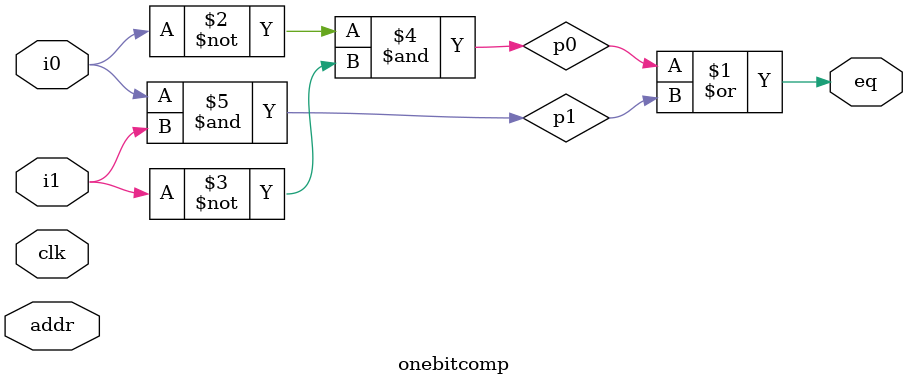
<source format=v>
module onebitcomp(i0,i1,clk,addr,eq);

    input wire i0, i1;
    input clk;
    input [2:0] addr;
    output wire eq;


    wire p0, p1;

    assign eq = p0 | p1;
    assign p0 = ~i0 & ~i1;
    assign p1 = i0 & i1;

endmodule
</source>
